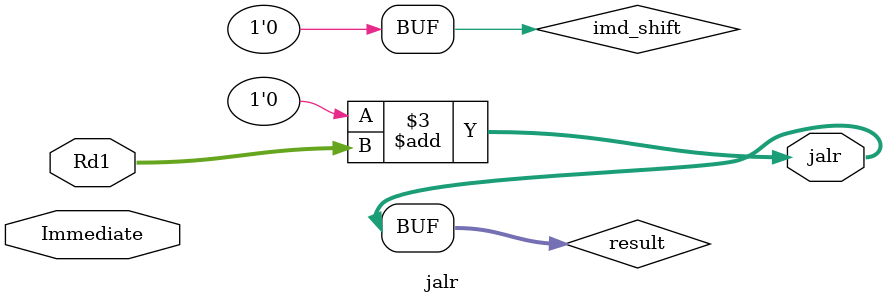
<source format=v>
`timescale 1ns / 1ps


module jalr(
    input [31:0] Immediate,
    input [31:0] Rd1, // read data 1
    output [31:0] jalr
    );
    reg[31:0] result;
    reg[31:0] imd_shft; // Holds the left-shifted (by 1) value of Immediate.
    assign imd_shift = Immediate << 1; 
    assign jalr = result;
    always @(*)
    begin
        result = imd_shift + Rd1;
    end
endmodule

</source>
